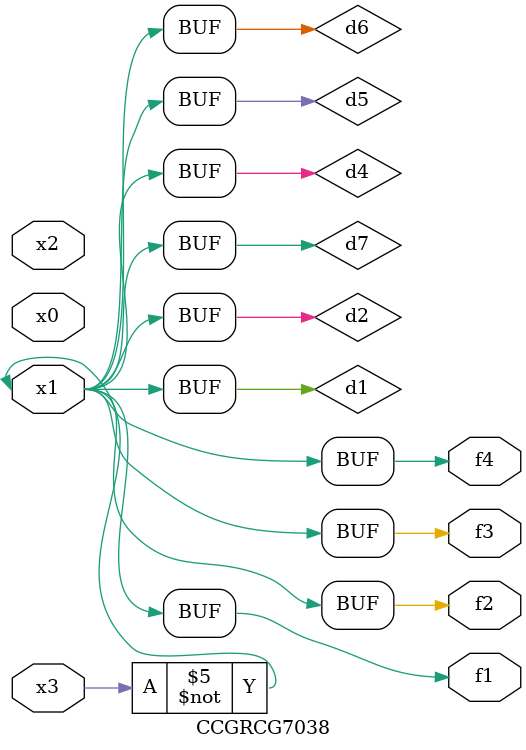
<source format=v>
module CCGRCG7038(
	input x0, x1, x2, x3,
	output f1, f2, f3, f4
);

	wire d1, d2, d3, d4, d5, d6, d7;

	not (d1, x3);
	buf (d2, x1);
	xnor (d3, d1, d2);
	nor (d4, d1);
	buf (d5, d1, d2);
	buf (d6, d4, d5);
	nand (d7, d4);
	assign f1 = d6;
	assign f2 = d7;
	assign f3 = d6;
	assign f4 = d6;
endmodule

</source>
